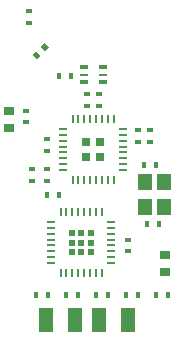
<source format=gbr>
G04 #@! TF.FileFunction,Paste,Top*
%FSLAX46Y46*%
G04 Gerber Fmt 4.6, Leading zero omitted, Abs format (unit mm)*
G04 Created by KiCad (PCBNEW 4.1.0-alpha+201608211231+7083~46~ubuntu16.04.1-product) date Thu Sep  1 10:22:21 2016*
%MOMM*%
%LPD*%
G01*
G04 APERTURE LIST*
%ADD10C,0.100000*%
%ADD11R,0.749300X0.297180*%
%ADD12R,0.749300X0.294640*%
%ADD13R,0.848360X0.650240*%
%ADD14R,0.548640X0.449580*%
%ADD15R,0.449580X0.548640*%
%ADD16R,1.150620X2.151380*%
%ADD17R,1.148080X2.151380*%
%ADD18R,0.637540X0.210820*%
%ADD19R,0.637540X0.208280*%
%ADD20R,0.210820X0.637540*%
%ADD21R,0.208280X0.637540*%
%ADD22R,0.500380X0.500380*%
%ADD23R,0.500380X0.497840*%
%ADD24R,0.497840X0.500380*%
%ADD25R,0.497840X0.497840*%
%ADD26R,0.698500X0.698500*%
%ADD27R,1.150620X1.348740*%
G04 APERTURE END LIST*
D10*
D11*
X7838440Y26809700D03*
D12*
X7838440Y26162000D03*
D11*
X7838440Y25514300D03*
X9433560Y25514300D03*
D12*
X9433560Y26162000D03*
D11*
X9433560Y26809700D03*
D13*
X14732000Y9410700D03*
X14732000Y10909300D03*
D14*
X11557000Y12181840D03*
X11557000Y11186160D03*
D15*
X6720840Y26035000D03*
X5725160Y26035000D03*
D14*
X8128000Y24500840D03*
X8128000Y23505160D03*
X9144000Y24500840D03*
X9144000Y23505160D03*
X4699000Y18150840D03*
X4699000Y17155160D03*
X12446000Y21452840D03*
X12446000Y20457160D03*
X4699000Y19695160D03*
X4699000Y20690840D03*
X13462000Y20457160D03*
X13462000Y21452840D03*
D15*
X12964160Y18542000D03*
X13959840Y18542000D03*
X14168840Y13545000D03*
X13173160Y13545000D03*
D10*
G36*
X4488003Y28849950D02*
X4875950Y28462003D01*
X4558049Y28144102D01*
X4170102Y28532049D01*
X4488003Y28849950D01*
X4488003Y28849950D01*
G37*
G36*
X3783951Y28145898D02*
X4171898Y27757951D01*
X3853997Y27440050D01*
X3466050Y27827997D01*
X3783951Y28145898D01*
X3783951Y28145898D01*
G37*
D14*
X3429000Y17155160D03*
X3429000Y18150840D03*
D16*
X11625580Y5364480D03*
D17*
X9126220Y5364480D03*
X7129780Y5364480D03*
D16*
X4630420Y5364480D03*
D13*
X1524000Y23101300D03*
X1524000Y21602700D03*
D14*
X2921000Y23103840D03*
X2921000Y22108160D03*
X3175000Y31542840D03*
X3175000Y30547160D03*
D15*
X6360160Y7493000D03*
X7355840Y7493000D03*
X8900160Y7493000D03*
X9895840Y7493000D03*
X5704840Y16002000D03*
X4709160Y16002000D03*
D18*
X10167620Y10190480D03*
X10167620Y10690860D03*
D19*
X10167620Y11188700D03*
X10167620Y11689080D03*
X10167620Y12186920D03*
X10167620Y12687300D03*
D18*
X10167620Y13185140D03*
X10167620Y13685520D03*
D20*
X9367520Y14485620D03*
X8867140Y14485620D03*
D21*
X8369300Y14485620D03*
X7868920Y14485620D03*
X7371080Y14485620D03*
X6870700Y14485620D03*
D20*
X6372860Y14485620D03*
X5872480Y14485620D03*
D18*
X5072380Y13685520D03*
X5072380Y13185140D03*
D19*
X5072380Y12687300D03*
X5072380Y12186920D03*
X5072380Y11689080D03*
X5072380Y11188700D03*
D18*
X5072380Y10690860D03*
X5072380Y10190480D03*
D20*
X5872480Y9390380D03*
X6372860Y9390380D03*
D21*
X6870700Y9390380D03*
X7371080Y9390380D03*
X7868920Y9390380D03*
X8369300Y9390380D03*
D20*
X8867140Y9390380D03*
X9367520Y9390380D03*
D22*
X8417560Y12735560D03*
D23*
X8417560Y11938000D03*
D22*
X8417560Y11140440D03*
D24*
X7620000Y12735560D03*
D25*
X7620000Y11938000D03*
D24*
X7620000Y11140440D03*
D22*
X6822440Y12735560D03*
D23*
X6822440Y11938000D03*
D22*
X6822440Y11140440D03*
D20*
X10383520Y22359620D03*
X9883140Y22359620D03*
D21*
X9385300Y22359620D03*
X8884920Y22359620D03*
X8387080Y22359620D03*
X7886700Y22359620D03*
D20*
X7388860Y22359620D03*
X6888480Y22359620D03*
D18*
X6088380Y21559520D03*
X6088380Y21059140D03*
D19*
X6088380Y20561300D03*
X6088380Y20060920D03*
X6088380Y19563080D03*
X6088380Y19062700D03*
D18*
X6088380Y18564860D03*
X6088380Y18064480D03*
D20*
X6888480Y17264380D03*
X7388860Y17264380D03*
D21*
X7886700Y17264380D03*
X8387080Y17264380D03*
X8884920Y17264380D03*
X9385300Y17264380D03*
D20*
X9883140Y17264380D03*
X10383520Y17264380D03*
D18*
X11183620Y18064480D03*
X11183620Y18564860D03*
D19*
X11183620Y19062700D03*
X11183620Y19563080D03*
X11183620Y20060920D03*
X11183620Y20561300D03*
D18*
X11183620Y21059140D03*
X11183620Y21559520D03*
D26*
X8039100Y20408900D03*
X9232900Y20408900D03*
X8039100Y19215100D03*
X9232900Y19215100D03*
D15*
X4815840Y7493000D03*
X3820160Y7493000D03*
X11440160Y7493000D03*
X12435840Y7493000D03*
X13980160Y7493000D03*
X14975840Y7493000D03*
D27*
X14640560Y14904720D03*
X14640560Y17099280D03*
X13045440Y17099280D03*
X13045440Y14904720D03*
M02*

</source>
